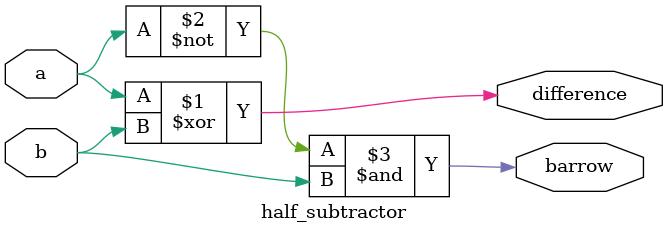
<source format=v>
module half_subtractor(input a,b,output difference,barrow);
	
assign difference = a ^ b;
assign barrow = ~a & b;

endmodule

</source>
